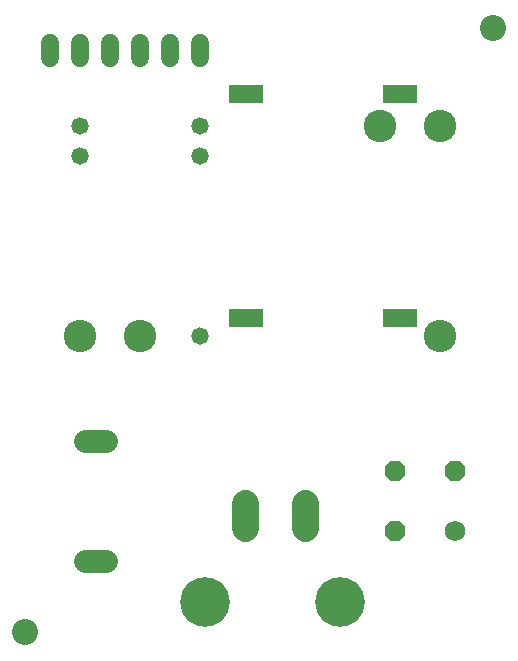
<source format=gbr>
G04 EAGLE Gerber RS-274X export*
G75*
%MOMM*%
%FSLAX34Y34*%
%LPD*%
%INSoldermask Bottom*%
%IPPOS*%
%AMOC8*
5,1,8,0,0,1.08239X$1,22.5*%
G01*
%ADD10C,2.203200*%
%ADD11C,4.203200*%
%ADD12C,1.524000*%
%ADD13C,2.743200*%
%ADD14C,1.981200*%
%ADD15C,1.470200*%
%ADD16C,2.298700*%
%ADD17R,1.511200X1.511200*%
%ADD18C,1.727200*%
%ADD19P,1.869504X8X202.500000*%


D10*
X577850Y628650D03*
X182316Y117203D03*
D11*
X334716Y142603D03*
X449016Y142603D03*
D12*
X203200Y602996D02*
X203200Y616204D01*
X228600Y616204D02*
X228600Y602996D01*
X254000Y602996D02*
X254000Y616204D01*
X279400Y616204D02*
X279400Y602996D01*
X304800Y602996D02*
X304800Y616204D01*
X330200Y616204D02*
X330200Y602996D01*
D13*
X228600Y368300D03*
X279400Y368300D03*
X533400Y368300D03*
X533400Y546100D03*
X482600Y546100D03*
D14*
X250190Y177800D02*
X232410Y177800D01*
X232410Y279400D02*
X250190Y279400D01*
D15*
X330200Y368300D03*
X330200Y520700D03*
X330200Y546100D03*
X228600Y546100D03*
X228600Y520700D03*
X228600Y368300D03*
D16*
X418700Y226378D02*
X418700Y205423D01*
X368700Y205423D02*
X368700Y226378D01*
D17*
X506700Y383300D03*
X492700Y383300D03*
X362000Y383300D03*
X376000Y383300D03*
X362000Y573300D03*
X376000Y573300D03*
X506700Y573300D03*
X492700Y573300D03*
D18*
X546100Y203200D03*
D19*
X495300Y203200D03*
X495300Y254000D03*
X546100Y254000D03*
M02*

</source>
